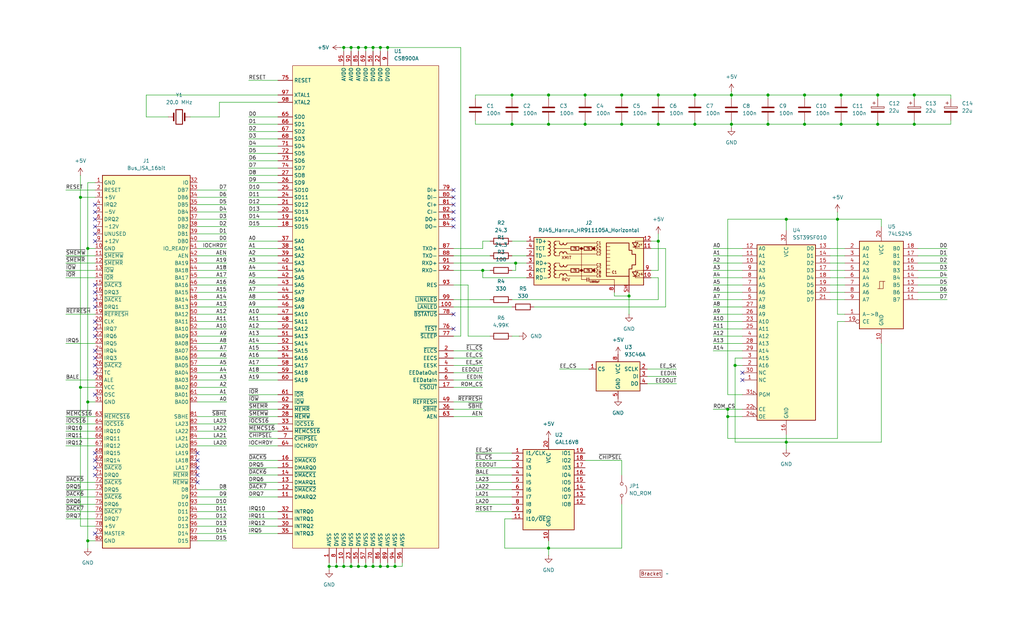
<source format=kicad_sch>
(kicad_sch (version 20231120) (generator "eeschema") (generator_version "8.0")
  (paper "USLegal")
  (title_block (title "Ethermaker") (date "2024-08-21") (rev "1") (company "Surreality Labs"))
  (junction (at 190.5 33.02))
  (junction (at 121.92 196.85))
  (junction (at 255.27 127))
  (junction (at 228.6 33.02))
  (junction (at 124.46 196.85))
  (junction (at 167.64 93.98))
  (junction (at 179.07 91.44))
  (junction (at 30.48 139.7))
  (junction (at 279.4 33.02))
  (junction (at 215.9 43.18))
  (junction (at 177.8 43.18))
  (junction (at 292.1 43.18))
  (junction (at 252.73 144.78))
  (junction (at 290.83 76.2))
  (junction (at 241.3 43.18))
  (junction (at 203.2 43.18))
  (junction (at 241.3 33.02))
  (junction (at 134.62 16.51))
  (junction (at 252.73 142.24))
  (junction (at 127 16.51))
  (junction (at 273.05 76.2))
  (junction (at 132.08 196.85))
  (junction (at 218.44 102.87))
  (junction (at 190.5 43.18))
  (junction (at 254 43.18))
  (junction (at 266.7 43.18))
  (junction (at 121.92 16.51))
  (junction (at 279.4 43.18))
  (junction (at 129.54 196.85))
  (junction (at 119.38 196.85))
  (junction (at 119.38 16.51))
  (junction (at 30.48 187.96))
  (junction (at 304.8 43.18))
  (junction (at 30.48 86.36))
  (junction (at 27.94 68.58))
  (junction (at 215.9 33.02))
  (junction (at 127 196.85))
  (junction (at 132.08 16.51))
  (junction (at 190.5 190.5))
  (junction (at 228.6 83.82))
  (junction (at 134.62 196.85))
  (junction (at 203.2 33.02))
  (junction (at 304.8 33.02))
  (junction (at 266.7 33.02))
  (junction (at 177.8 33.02))
  (junction (at 114.3 196.85))
  (junction (at 273.05 153.67))
  (junction (at 228.6 43.18))
  (junction (at 27.94 134.62))
  (junction (at 317.5 43.18))
  (junction (at 254 33.02))
  (junction (at 137.16 196.85))
  (junction (at 292.1 33.02))
  (junction (at 116.84 196.85))
  (junction (at 124.46 16.51))
  (junction (at 129.54 16.51))
  (junction (at 317.5 33.02))
  (no_connect (at 157.48 114.3))
  (no_connect (at 33.02 71.12))
  (no_connect (at 33.02 78.74))
  (no_connect (at 33.02 76.2))
  (no_connect (at 157.48 66.04))
  (no_connect (at 33.02 101.6))
  (no_connect (at 157.48 76.2))
  (no_connect (at 33.02 81.28))
  (no_connect (at 33.02 111.76))
  (no_connect (at 33.02 121.92))
  (no_connect (at 33.02 157.48))
  (no_connect (at 68.58 167.64))
  (no_connect (at 157.48 78.74))
  (no_connect (at 33.02 162.56))
  (no_connect (at 33.02 104.14))
  (no_connect (at 157.48 71.12))
  (no_connect (at 68.58 162.56))
  (no_connect (at 33.02 129.54))
  (no_connect (at 157.48 73.66))
  (no_connect (at 33.02 127))
  (no_connect (at 33.02 185.42))
  (no_connect (at 33.02 106.68))
  (no_connect (at 68.58 157.48))
  (no_connect (at 33.02 73.66))
  (no_connect (at 33.02 137.16))
  (no_connect (at 257.81 132.08))
  (no_connect (at 33.02 83.82))
  (no_connect (at 157.48 109.22))
  (no_connect (at 157.48 68.58))
  (no_connect (at 33.02 165.1))
  (no_connect (at 33.02 116.84))
  (no_connect (at 33.02 99.06))
  (no_connect (at 257.81 129.54))
  (no_connect (at 33.02 160.02))
  (no_connect (at 33.02 124.46))
  (no_connect (at 68.58 160.02))
  (no_connect (at 68.58 165.1))
  (no_connect (at 33.02 114.3))
  (wire (pts (xy 78.74 111.76) (xy 68.58 111.76)))
  (wire (pts (xy 86.36 185.42) (xy 96.52 185.42)))
  (wire (pts (xy 86.36 165.1) (xy 96.52 165.1)))
  (wire (pts (xy 218.44 102.87) (xy 218.44 109.22)))
  (wire (pts (xy 247.65 88.9) (xy 257.81 88.9)))
  (wire (pts (xy 254 33.02) (xy 266.7 33.02)))
  (wire (pts (xy 86.36 66.04) (xy 96.52 66.04)))
  (wire (pts (xy 241.3 33.02) (xy 241.3 34.29)))
  (wire (pts (xy 175.26 190.5) (xy 190.5 190.5)))
  (wire (pts (xy 190.5 33.02) (xy 203.2 33.02)))
  (wire (pts (xy 86.36 127) (xy 96.52 127)))
  (wire (pts (xy 66.04 40.64) (xy 76.2 40.64)))
  (wire (pts (xy 165.1 34.29) (xy 165.1 33.02)))
  (wire (pts (xy 328.93 91.44) (xy 318.77 91.44)))
  (wire (pts (xy 185.42 106.68) (xy 231.14 106.68)))
  (wire (pts (xy 124.46 16.51) (xy 121.92 16.51)))
  (wire (pts (xy 127 195.58) (xy 127 196.85)))
  (wire (pts (xy 78.74 149.86) (xy 68.58 149.86)))
  (wire (pts (xy 86.36 43.18) (xy 96.52 43.18)))
  (wire (pts (xy 304.8 41.91) (xy 304.8 43.18)))
  (wire (pts (xy 116.84 195.58) (xy 116.84 196.85)))
  (wire (pts (xy 247.65 142.24) (xy 252.73 142.24)))
  (wire (pts (xy 119.38 16.51) (xy 119.38 17.78)))
  (wire (pts (xy 68.58 88.9) (xy 78.74 88.9)))
  (wire (pts (xy 228.6 41.91) (xy 228.6 43.18)))
  (wire (pts (xy 96.52 33.02) (xy 50.8 33.02)))
  (wire (pts (xy 86.36 106.68) (xy 96.52 106.68)))
  (wire (pts (xy 177.8 116.84) (xy 180.34 116.84)))
  (wire (pts (xy 234.95 128.27) (xy 224.79 128.27)))
  (wire (pts (xy 86.36 144.78) (xy 96.52 144.78)))
  (wire (pts (xy 86.36 96.52) (xy 96.52 96.52)))
  (wire (pts (xy 203.2 33.02) (xy 215.9 33.02)))
  (wire (pts (xy 86.36 129.54) (xy 96.52 129.54)))
  (wire (pts (xy 165.1 33.02) (xy 177.8 33.02)))
  (wire (pts (xy 129.54 16.51) (xy 127 16.51)))
  (wire (pts (xy 177.8 93.98) (xy 179.07 93.98)))
  (wire (pts (xy 157.48 124.46) (xy 167.64 124.46)))
  (wire (pts (xy 328.93 104.14) (xy 318.77 104.14)))
  (wire (pts (xy 30.48 187.96) (xy 33.02 187.96)))
  (wire (pts (xy 288.29 88.9) (xy 293.37 88.9)))
  (wire (pts (xy 177.8 43.18) (xy 190.5 43.18)))
  (wire (pts (xy 30.48 187.96) (xy 30.48 190.5)))
  (wire (pts (xy 273.05 153.67) (xy 273.05 151.13)))
  (wire (pts (xy 86.36 27.94) (xy 96.52 27.94)))
  (wire (pts (xy 231.14 106.68) (xy 231.14 86.36)))
  (wire (pts (xy 266.7 43.18) (xy 279.4 43.18)))
  (wire (pts (xy 86.36 180.34) (xy 96.52 180.34)))
  (wire (pts (xy 241.3 41.91) (xy 241.3 43.18)))
  (wire (pts (xy 78.74 154.94) (xy 68.58 154.94)))
  (wire (pts (xy 165.1 165.1) (xy 177.8 165.1)))
  (wire (pts (xy 162.56 116.84) (xy 170.18 116.84)))
  (wire (pts (xy 177.8 180.34) (xy 175.26 180.34)))
  (wire (pts (xy 254 43.18) (xy 266.7 43.18)))
  (wire (pts (xy 124.46 195.58) (xy 124.46 196.85)))
  (wire (pts (xy 165.1 157.48) (xy 177.8 157.48)))
  (wire (pts (xy 328.93 93.98) (xy 318.77 93.98)))
  (wire (pts (xy 22.86 154.94) (xy 33.02 154.94)))
  (wire (pts (xy 22.86 66.04) (xy 33.02 66.04)))
  (wire (pts (xy 306.07 76.2) (xy 306.07 78.74)))
  (wire (pts (xy 78.74 175.26) (xy 68.58 175.26)))
  (wire (pts (xy 165.1 160.02) (xy 177.8 160.02)))
  (wire (pts (xy 247.65 109.22) (xy 257.81 109.22)))
  (wire (pts (xy 317.5 43.18) (xy 330.2 43.18)))
  (wire (pts (xy 86.36 124.46) (xy 96.52 124.46)))
  (wire (pts (xy 86.36 86.36) (xy 96.52 86.36)))
  (wire (pts (xy 86.36 40.64) (xy 96.52 40.64)))
  (wire (pts (xy 273.05 153.67) (xy 273.05 156.21)))
  (wire (pts (xy 86.36 101.6) (xy 96.52 101.6)))
  (wire (pts (xy 86.36 177.8) (xy 96.52 177.8)))
  (wire (pts (xy 157.48 116.84) (xy 160.02 116.84)))
  (wire (pts (xy 247.65 111.76) (xy 257.81 111.76)))
  (wire (pts (xy 330.2 33.02) (xy 317.5 33.02)))
  (wire (pts (xy 279.4 43.18) (xy 279.4 41.91)))
  (wire (pts (xy 179.07 91.44) (xy 182.88 91.44)))
  (wire (pts (xy 86.36 55.88) (xy 96.52 55.88)))
  (wire (pts (xy 165.1 170.18) (xy 177.8 170.18)))
  (wire (pts (xy 78.74 180.34) (xy 68.58 180.34)))
  (wire (pts (xy 177.8 104.14) (xy 228.6 104.14)))
  (wire (pts (xy 78.74 91.44) (xy 68.58 91.44)))
  (wire (pts (xy 121.92 16.51) (xy 121.92 17.78)))
  (wire (pts (xy 22.86 170.18) (xy 33.02 170.18)))
  (wire (pts (xy 255.27 124.46) (xy 255.27 127)))
  (wire (pts (xy 304.8 43.18) (xy 317.5 43.18)))
  (wire (pts (xy 190.5 41.91) (xy 190.5 43.18)))
  (wire (pts (xy 190.5 190.5) (xy 190.5 193.04)))
  (wire (pts (xy 317.5 33.02) (xy 317.5 34.29)))
  (wire (pts (xy 179.07 93.98) (xy 179.07 91.44)))
  (wire (pts (xy 78.74 152.4) (xy 68.58 152.4)))
  (wire (pts (xy 167.64 83.82) (xy 167.64 86.36)))
  (wire (pts (xy 170.18 83.82) (xy 167.64 83.82)))
  (wire (pts (xy 177.8 88.9) (xy 182.88 88.9)))
  (wire (pts (xy 86.36 162.56) (xy 96.52 162.56)))
  (wire (pts (xy 22.86 119.38) (xy 33.02 119.38)))
  (wire (pts (xy 228.6 83.82) (xy 226.06 83.82)))
  (wire (pts (xy 27.94 60.96) (xy 27.94 68.58)))
  (wire (pts (xy 78.74 172.72) (xy 68.58 172.72)))
  (wire (pts (xy 218.44 102.87) (xy 213.36 102.87)))
  (wire (pts (xy 190.5 190.5) (xy 215.9 190.5)))
  (wire (pts (xy 86.36 58.42) (xy 96.52 58.42)))
  (wire (pts (xy 252.73 144.78) (xy 252.73 142.24)))
  (wire (pts (xy 76.2 35.56) (xy 96.52 35.56)))
  (wire (pts (xy 177.8 33.02) (xy 177.8 34.29)))
  (wire (pts (xy 114.3 196.85) (xy 114.3 198.12)))
  (wire (pts (xy 288.29 104.14) (xy 293.37 104.14)))
  (wire (pts (xy 252.73 76.2) (xy 273.05 76.2)))
  (wire (pts (xy 157.48 91.44) (xy 179.07 91.44)))
  (wire (pts (xy 228.6 96.52) (xy 226.06 96.52)))
  (wire (pts (xy 78.74 99.06) (xy 68.58 99.06)))
  (wire (pts (xy 134.62 196.85) (xy 137.16 196.85)))
  (wire (pts (xy 288.29 93.98) (xy 293.37 93.98)))
  (wire (pts (xy 247.65 96.52) (xy 257.81 96.52)))
  (wire (pts (xy 116.84 196.85) (xy 119.38 196.85)))
  (wire (pts (xy 30.48 139.7) (xy 33.02 139.7)))
  (wire (pts (xy 86.36 63.5) (xy 96.52 63.5)))
  (wire (pts (xy 330.2 43.18) (xy 330.2 41.91)))
  (wire (pts (xy 290.83 109.22) (xy 290.83 76.2)))
  (wire (pts (xy 167.64 127) (xy 157.48 127)))
  (wire (pts (xy 33.02 182.88) (xy 27.94 182.88)))
  (wire (pts (xy 27.94 134.62) (xy 27.94 68.58)))
  (wire (pts (xy 86.36 111.76) (xy 96.52 111.76)))
  (wire (pts (xy 215.9 33.02) (xy 228.6 33.02)))
  (wire (pts (xy 86.36 119.38) (xy 96.52 119.38)))
  (wire (pts (xy 132.08 195.58) (xy 132.08 196.85)))
  (wire (pts (xy 203.2 43.18) (xy 215.9 43.18)))
  (wire (pts (xy 160.02 16.51) (xy 134.62 16.51)))
  (wire (pts (xy 290.83 76.2) (xy 273.05 76.2)))
  (wire (pts (xy 247.65 116.84) (xy 257.81 116.84)))
  (wire (pts (xy 132.08 196.85) (xy 134.62 196.85)))
  (wire (pts (xy 247.65 104.14) (xy 257.81 104.14)))
  (wire (pts (xy 78.74 76.2) (xy 68.58 76.2)))
  (wire (pts (xy 30.48 63.5) (xy 30.48 86.36)))
  (wire (pts (xy 317.5 41.91) (xy 317.5 43.18)))
  (wire (pts (xy 27.94 182.88) (xy 27.94 134.62)))
  (wire (pts (xy 78.74 106.68) (xy 68.58 106.68)))
  (wire (pts (xy 257.81 137.16) (xy 252.73 137.16)))
  (wire (pts (xy 224.79 130.81) (xy 234.95 130.81)))
  (wire (pts (xy 119.38 196.85) (xy 121.92 196.85)))
  (wire (pts (xy 203.2 160.02) (xy 215.9 160.02)))
  (wire (pts (xy 22.86 177.8) (xy 33.02 177.8)))
  (wire (pts (xy 215.9 190.5) (xy 215.9 175.26)))
  (wire (pts (xy 33.02 63.5) (xy 30.48 63.5)))
  (wire (pts (xy 157.48 139.7) (xy 167.64 139.7)))
  (wire (pts (xy 68.58 147.32) (xy 78.74 147.32)))
  (wire (pts (xy 127 196.85) (xy 129.54 196.85)))
  (wire (pts (xy 78.74 182.88) (xy 68.58 182.88)))
  (wire (pts (xy 266.7 33.02) (xy 266.7 34.29)))
  (wire (pts (xy 22.86 147.32) (xy 33.02 147.32)))
  (wire (pts (xy 27.94 68.58) (xy 33.02 68.58)))
  (wire (pts (xy 247.65 91.44) (xy 257.81 91.44)))
  (wire (pts (xy 30.48 86.36) (xy 30.48 139.7)))
  (wire (pts (xy 266.7 41.91) (xy 266.7 43.18)))
  (wire (pts (xy 292.1 33.02) (xy 279.4 33.02)))
  (wire (pts (xy 78.74 114.3) (xy 68.58 114.3)))
  (wire (pts (xy 292.1 43.18) (xy 304.8 43.18)))
  (wire (pts (xy 22.86 91.44) (xy 33.02 91.44)))
  (wire (pts (xy 157.48 142.24) (xy 167.64 142.24)))
  (wire (pts (xy 114.3 195.58) (xy 114.3 196.85)))
  (wire (pts (xy 139.7 196.85) (xy 139.7 195.58)))
  (wire (pts (xy 165.1 41.91) (xy 165.1 43.18)))
  (wire (pts (xy 27.94 134.62) (xy 33.02 134.62)))
  (wire (pts (xy 78.74 66.04) (xy 68.58 66.04)))
  (wire (pts (xy 124.46 16.51) (xy 124.46 17.78)))
  (wire (pts (xy 137.16 196.85) (xy 139.7 196.85)))
  (wire (pts (xy 86.36 60.96) (xy 96.52 60.96)))
  (wire (pts (xy 129.54 196.85) (xy 132.08 196.85)))
  (wire (pts (xy 160.02 116.84) (xy 160.02 16.51)))
  (wire (pts (xy 279.4 33.02) (xy 279.4 34.29)))
  (wire (pts (xy 121.92 196.85) (xy 124.46 196.85)))
  (wire (pts (xy 134.62 16.51) (xy 134.62 17.78)))
  (wire (pts (xy 86.36 142.24) (xy 96.52 142.24)))
  (wire (pts (xy 290.83 111.76) (xy 293.37 111.76)))
  (wire (pts (xy 167.64 86.36) (xy 157.48 86.36)))
  (wire (pts (xy 167.64 93.98) (xy 170.18 93.98)))
  (wire (pts (xy 177.8 41.91) (xy 177.8 43.18)))
  (wire (pts (xy 86.36 99.06) (xy 96.52 99.06)))
  (wire (pts (xy 78.74 101.6) (xy 68.58 101.6)))
  (wire (pts (xy 157.48 144.78) (xy 167.64 144.78)))
  (wire (pts (xy 231.14 86.36) (xy 226.06 86.36)))
  (wire (pts (xy 247.65 121.92) (xy 257.81 121.92)))
  (wire (pts (xy 252.73 144.78) (xy 252.73 152.4)))
  (wire (pts (xy 165.1 43.18) (xy 177.8 43.18)))
  (wire (pts (xy 328.93 101.6) (xy 318.77 101.6)))
  (wire (pts (xy 177.8 33.02) (xy 190.5 33.02)))
  (wire (pts (xy 86.36 114.3) (xy 96.52 114.3)))
  (wire (pts (xy 86.36 116.84) (xy 96.52 116.84)))
  (wire (pts (xy 78.74 137.16) (xy 68.58 137.16)))
  (wire (pts (xy 255.27 127) (xy 257.81 127)))
  (wire (pts (xy 86.36 137.16) (xy 96.52 137.16)))
  (wire (pts (xy 86.36 104.14) (xy 96.52 104.14)))
  (wire (pts (xy 330.2 34.29) (xy 330.2 33.02)))
  (wire (pts (xy 167.64 121.92) (xy 157.48 121.92)))
  (wire (pts (xy 86.36 76.2) (xy 96.52 76.2)))
  (wire (pts (xy 254 41.91) (xy 254 43.18)))
  (wire (pts (xy 162.56 99.06) (xy 162.56 116.84)))
  (wire (pts (xy 328.93 86.36) (xy 318.77 86.36)))
  (wire (pts (xy 165.1 177.8) (xy 177.8 177.8)))
  (wire (pts (xy 306.07 153.67) (xy 306.07 119.38)))
  (wire (pts (xy 22.86 144.78) (xy 33.02 144.78)))
  (wire (pts (xy 290.83 152.4) (xy 290.83 111.76)))
  (wire (pts (xy 119.38 195.58) (xy 119.38 196.85)))
  (wire (pts (xy 215.9 33.02) (xy 215.9 34.29)))
  (wire (pts (xy 288.29 86.36) (xy 293.37 86.36)))
  (wire (pts (xy 78.74 81.28) (xy 68.58 81.28)))
  (wire (pts (xy 86.36 50.8) (xy 96.52 50.8)))
  (wire (pts (xy 22.86 132.08) (xy 33.02 132.08)))
  (wire (pts (xy 121.92 195.58) (xy 121.92 196.85)))
  (wire (pts (xy 86.36 121.92) (xy 96.52 121.92)))
  (wire (pts (xy 22.86 152.4) (xy 33.02 152.4)))
  (wire (pts (xy 86.36 93.98) (xy 96.52 93.98)))
  (wire (pts (xy 121.92 16.51) (xy 119.38 16.51)))
  (wire (pts (xy 328.93 99.06) (xy 318.77 99.06)))
  (wire (pts (xy 288.29 101.6) (xy 293.37 101.6)))
  (wire (pts (xy 134.62 16.51) (xy 132.08 16.51)))
  (wire (pts (xy 137.16 195.58) (xy 137.16 196.85)))
  (wire (pts (xy 157.48 132.08) (xy 167.64 132.08)))
  (wire (pts (xy 86.36 68.58) (xy 96.52 68.58)))
  (wire (pts (xy 33.02 109.22) (xy 22.86 109.22)))
  (wire (pts (xy 247.65 93.98) (xy 257.81 93.98)))
  (wire (pts (xy 241.3 43.18) (xy 254 43.18)))
  (wire (pts (xy 215.9 160.02) (xy 215.9 165.1)))
  (wire (pts (xy 78.74 170.18) (xy 68.58 170.18)))
  (wire (pts (xy 86.36 91.44) (xy 96.52 91.44)))
  (wire (pts (xy 328.93 96.52) (xy 318.77 96.52)))
  (wire (pts (xy 132.08 16.51) (xy 129.54 16.51)))
  (wire (pts (xy 273.05 76.2) (xy 273.05 80.01)))
  (wire (pts (xy 255.27 153.67) (xy 273.05 153.67)))
  (wire (pts (xy 228.6 104.14) (xy 228.6 96.52)))
  (wire (pts (xy 304.8 33.02) (xy 304.8 34.29)))
  (wire (pts (xy 86.36 53.34) (xy 96.52 53.34)))
  (wire (pts (xy 86.36 147.32) (xy 96.52 147.32)))
  (wire (pts (xy 203.2 33.02) (xy 203.2 34.29)))
  (wire (pts (xy 241.3 33.02) (xy 254 33.02)))
  (wire (pts (xy 165.1 175.26) (xy 177.8 175.26)))
  (wire (pts (xy 78.74 116.84) (xy 68.58 116.84)))
  (wire (pts (xy 86.36 167.64) (xy 96.52 167.64)))
  (wire (pts (xy 78.74 96.52) (xy 68.58 96.52)))
  (wire (pts (xy 86.36 71.12) (xy 96.52 71.12)))
  (wire (pts (xy 78.74 121.92) (xy 68.58 121.92)))
  (wire (pts (xy 86.36 152.4) (xy 96.52 152.4)))
  (wire (pts (xy 86.36 170.18) (xy 96.52 170.18)))
  (wire (pts (xy 247.65 99.06) (xy 257.81 99.06)))
  (wire (pts (xy 50.8 33.02) (xy 50.8 40.64)))
  (wire (pts (xy 252.73 137.16) (xy 252.73 76.2)))
  (wire (pts (xy 165.1 172.72) (xy 177.8 172.72)))
  (wire (pts (xy 78.74 132.08) (xy 68.58 132.08)))
  (wire (pts (xy 86.36 78.74) (xy 96.52 78.74)))
  (wire (pts (xy 247.65 86.36) (xy 257.81 86.36)))
  (wire (pts (xy 30.48 139.7) (xy 30.48 187.96)))
  (wire (pts (xy 157.48 88.9) (xy 170.18 88.9)))
  (wire (pts (xy 114.3 196.85) (xy 116.84 196.85)))
  (wire (pts (xy 78.74 134.62) (xy 68.58 134.62)))
  (wire (pts (xy 86.36 132.08) (xy 96.52 132.08)))
  (wire (pts (xy 254 43.18) (xy 254 44.45)))
  (wire (pts (xy 252.73 142.24) (xy 257.81 142.24)))
  (wire (pts (xy 190.5 190.5) (xy 190.5 187.96)))
  (wire (pts (xy 182.88 96.52) (xy 167.64 96.52)))
  (wire (pts (xy 127 16.51) (xy 127 17.78)))
  (wire (pts (xy 86.36 149.86) (xy 96.52 149.86)))
  (wire (pts (xy 175.26 180.34) (xy 175.26 190.5)))
  (wire (pts (xy 129.54 16.51) (xy 129.54 17.78)))
  (wire (pts (xy 328.93 88.9) (xy 318.77 88.9)))
  (wire (pts (xy 50.8 40.64) (xy 58.42 40.64)))
  (wire (pts (xy 254 33.02) (xy 254 34.29)))
  (wire (pts (xy 273.05 153.67) (xy 306.07 153.67)))
  (wire (pts (xy 157.48 134.62) (xy 167.64 134.62)))
  (wire (pts (xy 22.86 175.26) (xy 33.02 175.26)))
  (wire (pts (xy 78.74 185.42) (xy 68.58 185.42)))
  (wire (pts (xy 30.48 86.36) (xy 33.02 86.36)))
  (wire (pts (xy 86.36 88.9) (xy 96.52 88.9)))
  (wire (pts (xy 228.6 93.98) (xy 228.6 83.82)))
  (wire (pts (xy 317.5 33.02) (xy 304.8 33.02)))
  (wire (pts (xy 290.83 76.2) (xy 306.07 76.2)))
  (wire (pts (xy 78.74 139.7) (xy 68.58 139.7)))
  (wire (pts (xy 228.6 81.28) (xy 228.6 83.82)))
  (wire (pts (xy 228.6 34.29) (xy 228.6 33.02)))
  (wire (pts (xy 279.4 43.18) (xy 292.1 43.18)))
  (wire (pts (xy 22.86 88.9) (xy 33.02 88.9)))
  (wire (pts (xy 22.86 172.72) (xy 33.02 172.72)))
  (wire (pts (xy 22.86 93.98) (xy 33.02 93.98)))
  (wire (pts (xy 252.73 152.4) (xy 290.83 152.4)))
  (wire (pts (xy 213.36 102.87) (xy 213.36 101.6)))
  (wire (pts (xy 86.36 45.72) (xy 96.52 45.72)))
  (wire (pts (xy 218.44 101.6) (xy 218.44 102.87)))
  (wire (pts (xy 86.36 182.88) (xy 96.52 182.88)))
  (wire (pts (xy 124.46 196.85) (xy 127 196.85)))
  (wire (pts (xy 266.7 33.02) (xy 279.4 33.02)))
  (wire (pts (xy 288.29 99.06) (xy 293.37 99.06)))
  (wire (pts (xy 292.1 33.02) (xy 292.1 34.29)))
  (wire (pts (xy 78.74 83.82) (xy 68.58 83.82)))
  (wire (pts (xy 257.81 144.78) (xy 252.73 144.78)))
  (wire (pts (xy 228.6 33.02) (xy 241.3 33.02)))
  (wire (pts (xy 78.74 73.66) (xy 68.58 73.66)))
  (wire (pts (xy 290.83 73.66) (xy 290.83 76.2)))
  (wire (pts (xy 190.5 33.02) (xy 190.5 34.29)))
  (wire (pts (xy 86.36 83.82) (xy 96.52 83.82)))
  (wire (pts (xy 190.5 43.18) (xy 203.2 43.18)))
  (wire (pts (xy 78.74 109.22) (xy 68.58 109.22)))
  (wire (pts (xy 234.95 133.35) (xy 224.79 133.35)))
  (wire (pts (xy 203.2 41.91) (xy 203.2 43.18)))
  (wire (pts (xy 304.8 33.02) (xy 292.1 33.02)))
  (wire (pts (xy 247.65 101.6) (xy 257.81 101.6)))
  (wire (pts (xy 78.74 187.96) (xy 68.58 187.96)))
  (wire (pts (xy 288.29 91.44) (xy 293.37 91.44)))
  (wire (pts (xy 76.2 40.64) (xy 76.2 35.56)))
  (wire (pts (xy 293.37 109.22) (xy 290.83 109.22)))
  (wire (pts (xy 86.36 139.7) (xy 96.52 139.7)))
  (wire (pts (xy 226.06 93.98) (xy 228.6 93.98)))
  (wire (pts (xy 288.29 96.52) (xy 293.37 96.52)))
  (wire (pts (xy 78.74 68.58) (xy 68.58 68.58)))
  (wire (pts (xy 22.86 167.64) (xy 33.02 167.64)))
  (wire (pts (xy 177.8 83.82) (xy 182.88 83.82)))
  (wire (pts (xy 254 31.75) (xy 254 33.02)))
  (wire (pts (xy 22.86 180.34) (xy 33.02 180.34)))
  (wire (pts (xy 247.65 114.3) (xy 257.81 114.3)))
  (wire (pts (xy 204.47 128.27) (xy 194.31 128.27)))
  (wire (pts (xy 22.86 149.86) (xy 33.02 149.86)))
  (wire (pts (xy 78.74 177.8) (xy 68.58 177.8)))
  (wire (pts (xy 247.65 119.38) (xy 257.81 119.38)))
  (wire (pts (xy 167.64 129.54) (xy 157.48 129.54)))
  (wire (pts (xy 78.74 127) (xy 68.58 127)))
  (wire (pts (xy 167.64 93.98) (xy 157.48 93.98)))
  (wire (pts (xy 292.1 41.91) (xy 292.1 43.18)))
  (wire (pts (xy 134.62 195.58) (xy 134.62 196.85)))
  (wire (pts (xy 86.36 154.94) (xy 96.52 154.94)))
  (wire (pts (xy 215.9 43.18) (xy 228.6 43.18)))
  (wire (pts (xy 68.58 144.78) (xy 78.74 144.78)))
  (wire (pts (xy 86.36 109.22) (xy 96.52 109.22)))
  (wire (pts (xy 228.6 43.18) (xy 241.3 43.18)))
  (wire (pts (xy 78.74 104.14) (xy 68.58 104.14)))
  (wire (pts (xy 132.08 16.51) (xy 132.08 17.78)))
  (wire (pts (xy 157.48 104.14) (xy 170.18 104.14)))
  (wire (pts (xy 257.81 124.46) (xy 255.27 124.46)))
  (wire (pts (xy 157.48 106.68) (xy 177.8 106.68)))
  (wire (pts (xy 215.9 43.18) (xy 215.9 41.91)))
  (wire (pts (xy 255.27 127) (xy 255.27 153.67)))
  (wire (pts (xy 78.74 93.98) (xy 68.58 93.98)))
  (wire (pts (xy 68.58 86.36) (xy 78.74 86.36)))
  (wire (pts (xy 86.36 160.02) (xy 96.52 160.02)))
  (wire (pts (xy 118.11 16.51) (xy 119.38 16.51)))
  (wire (pts (xy 165.1 167.64) (xy 177.8 167.64)))
  (wire (pts (xy 78.74 119.38) (xy 68.58 119.38)))
  (wire (pts (xy 129.54 195.58) (xy 129.54 196.85)))
  (wire (pts (xy 78.74 129.54) (xy 68.58 129.54)))
  (wire (pts (xy 86.36 73.66) (xy 96.52 73.66)))
  (wire (pts (xy 86.36 172.72) (xy 96.52 172.72)))
  (wire (pts (xy 86.36 48.26) (xy 96.52 48.26)))
  (wire (pts (xy 167.64 96.52) (xy 167.64 93.98)))
  (wire (pts (xy 127 16.51) (xy 124.46 16.51)))
  (wire (pts (xy 165.1 162.56) (xy 177.8 162.56)))
  (wire (pts (xy 22.86 96.52) (xy 33.02 96.52)))
  (wire (pts (xy 78.74 78.74) (xy 68.58 78.74)))
  (wire (pts (xy 78.74 71.12) (xy 68.58 71.12)))
  (wire (pts (xy 78.74 124.46) (xy 68.58 124.46)))
  (wire (pts (xy 157.48 99.06) (xy 162.56 99.06)))
  (wire (pts (xy 247.65 106.68) (xy 257.81 106.68)))
  (label "A10" (at 86.36 109.22 0))
  (label "~{DACK7}" (at 86.36 170.18 0))
  (label "IRQ5" (at 22.86 119.38 0))
  (label "A11" (at 78.74 111.76 180))
  (label "IOCHRDY" (at 78.74 86.36 180))
  (label "D5" (at 86.36 53.34 0))
  (label "A19" (at 86.36 132.08 0))
  (label "~{IOR}" (at 22.86 96.52 0))
  (label "A4" (at 86.36 93.98 0))
  (label "D13" (at 78.74 182.88 180))
  (label "D2" (at 328.93 91.44 180))
  (label "A1" (at 86.36 86.36 0))
  (label "A5" (at 86.36 96.52 0))
  (label "D6" (at 78.74 68.58 180))
  (label "D10" (at 86.36 66.04 0))
  (label "D0" (at 328.93 86.36 180))
  (label "LA22" (at 78.74 149.86 180))
  (label "A14" (at 86.36 119.38 0))
  (label "D7" (at 328.93 104.14 180))
  (label "EEDOUT" (at 167.64 129.54 180))
  (label "A11" (at 247.65 114.3 0))
  (label "~{MEMCS16}" (at 86.36 149.86 0))
  (label "A19" (at 78.74 91.44 180))
  (label "AEN" (at 78.74 88.9 180))
  (label "A1" (at 247.65 88.9 0))
  (label "A14" (at 247.65 121.92 0))
  (label "D8" (at 86.36 60.96 0))
  (label "BALE" (at 22.86 132.08 0))
  (label "~{CHIPSEL}" (at 86.36 152.4 0))
  (label "~{IOCS16}" (at 22.86 147.32 0))
  (label "~{DACK5}" (at 22.86 167.64 0))
  (label "RESET" (at 22.86 66.04 0))
  (label "~{CHIPSEL}" (at 215.9 160.02 180))
  (label "D6" (at 86.36 55.88 0))
  (label "A16" (at 78.74 99.06 180))
  (label "A0" (at 247.65 86.36 0))
  (label "D0" (at 78.74 83.82 180))
  (label "~{IOCS16}" (at 86.36 147.32 0))
  (label "EEDIN" (at 234.95 130.81 180))
  (label "A9" (at 78.74 116.84 180))
  (label "~{REFRESH}" (at 167.64 139.7 180))
  (label "D9" (at 78.74 172.72 180))
  (label "DRQ6" (at 22.86 175.26 0))
  (label "D4" (at 78.74 73.66 180))
  (label "A4" (at 78.74 129.54 180))
  (label "D7" (at 86.36 58.42 0))
  (label "A5" (at 247.65 99.06 0))
  (label "A18" (at 86.36 129.54 0))
  (label "A8" (at 247.65 106.68 0))
  (label "A10" (at 78.74 114.3 180))
  (label "D4" (at 328.93 96.52 180))
  (label "D15" (at 86.36 78.74 0))
  (label "D5" (at 78.74 71.12 180))
  (label "EE_SK" (at 165.1 157.48 0))
  (label "~{EL_CS}" (at 167.64 121.92 180))
  (label "RESET" (at 86.36 27.94 0))
  (label "D1" (at 78.74 81.28 180))
  (label "DRQ6" (at 86.36 167.64 0))
  (label "IOCHRDY" (at 86.36 154.94 0))
  (label "A13" (at 78.74 106.68 180))
  (label "D2" (at 78.74 78.74 180))
  (label "D14" (at 86.36 76.2 0))
  (label "A0" (at 86.36 83.82 0))
  (label "~{DACK5}" (at 86.36 160.02 0))
  (label "~{SMEMR}" (at 22.86 91.44 0))
  (label "D7" (at 78.74 66.04 180))
  (label "A18" (at 78.74 93.98 180))
  (label "BALE" (at 165.1 165.1 0))
  (label "A8" (at 86.36 104.14 0))
  (label "EEDOUT" (at 234.95 133.35 180))
  (label "EEDOUT" (at 165.1 162.56 0))
  (label "EE_CS" (at 194.31 128.27 0))
  (label "A6" (at 247.65 101.6 0))
  (label "LA21" (at 165.1 172.72 0))
  (label "~{IOW}" (at 22.86 93.98 0))
  (label "A6" (at 78.74 124.46 180))
  (label "D11" (at 86.36 68.58 0))
  (label "~{SBHE}" (at 167.64 142.24 180))
  (label "EEDIN" (at 167.64 132.08 180))
  (label "D1" (at 86.36 43.18 0))
  (label "D12" (at 78.74 180.34 180))
  (label "A15" (at 78.74 101.6 180))
  (label "IRQ5" (at 86.36 185.42 0))
  (label "A10" (at 247.65 111.76 0))
  (label "D1" (at 328.93 88.9 180))
  (label "A17" (at 86.36 127 0))
  (label "D2" (at 86.36 45.72 0))
  (label "A1" (at 78.74 137.16 180))
  (label "A13" (at 247.65 119.38 0))
  (label "DRQ7" (at 22.86 180.34 0))
  (label "D10" (at 78.74 175.26 180))
  (label "A3" (at 86.36 91.44 0))
  (label "A16" (at 86.36 124.46 0))
  (label "~{SMEMR}" (at 86.36 142.24 0))
  (label "D3" (at 328.93 93.98 180))
  (label "D0" (at 86.36 40.64 0))
  (label "A8" (at 78.74 119.38 180))
  (label "A2" (at 78.74 134.62 180))
  (label "A15" (at 86.36 121.92 0))
  (label "D15" (at 78.74 187.96 180))
  (label "A3" (at 78.74 132.08 180))
  (label "DRQ5" (at 86.36 162.56 0))
  (label "A11" (at 86.36 111.76 0))
  (label "LA23" (at 78.74 147.32 180))
  (label "A6" (at 86.36 99.06 0))
  (label "~{IOR}" (at 86.36 137.16 0))
  (label "~{IOW}" (at 86.36 139.7 0))
  (label "IRQ12" (at 22.86 154.94 0))
  (label "A7" (at 78.74 121.92 180))
  (label "A0" (at 78.74 139.7 180))
  (label "D3" (at 78.74 76.2 180))
  (label "D14" (at 78.74 185.42 180))
  (label "D8" (at 78.74 170.18 180))
  (label "ROM_CS" (at 167.64 134.62 180))
  (label "~{DACK7}" (at 22.86 177.8 0))
  (label "A13" (at 86.36 116.84 0))
  (label "A12" (at 78.74 109.22 180))
  (label "~{DACK6}" (at 86.36 165.1 0))
  (label "~{EL_CS}" (at 165.1 160.02 0))
  (label "DRQ5" (at 22.86 170.18 0))
  (label "D5" (at 328.93 99.06 180))
  (label "D6" (at 328.93 101.6 180))
  (label "A7" (at 247.65 104.14 0))
  (label "LA20" (at 78.74 154.94 180))
  (label "LA20" (at 165.1 175.26 0))
  (label "IRQ10" (at 86.36 177.8 0))
  (label "A7" (at 86.36 101.6 0))
  (label "EE_SK" (at 167.64 127 180))
  (label "A5" (at 78.74 127 180))
  (label "A12" (at 247.65 116.84 0))
  (label "D12" (at 86.36 71.12 0))
  (label "EE_SK" (at 234.95 128.27 180))
  (label "~{SMEMW}" (at 86.36 144.78 0))
  (label "DRQ7" (at 86.36 172.72 0))
  (label "~{SMEMW}" (at 22.86 88.9 0))
  (label "A3" (at 247.65 93.98 0))
  (label "A2" (at 247.65 91.44 0))
  (label "IRQ10" (at 22.86 149.86 0))
  (label "D4" (at 86.36 50.8 0))
  (label "A17" (at 78.74 96.52 180))
  (label "A2" (at 86.36 88.9 0))
  (label "A9" (at 86.36 106.68 0))
  (label "D11" (at 78.74 177.8 180))
  (label "IRQ11" (at 22.86 152.4 0))
  (label "A9" (at 247.65 109.22 0))
  (label "~{REFRESH}" (at 22.86 109.22 0))
  (label "A12" (at 86.36 114.3 0))
  (label "~{MEMCS16}" (at 22.86 144.78 0))
  (label "~{SBHE}" (at 78.74 144.78 180))
  (label "D13" (at 86.36 73.66 0))
  (label "ROM_CS" (at 247.65 142.24 0))
  (label "EE_CS" (at 167.64 124.46 180))
  (label "~{DACK6}" (at 22.86 172.72 0))
  (label "A4" (at 247.65 96.52 0))
  (label "AEN" (at 167.64 144.78 180))
  (label "IRQ11" (at 86.36 180.34 0))
  (label "LA22" (at 165.1 170.18 0))
  (label "D3" (at 86.36 48.26 0))
  (label "IRQ12" (at 86.36 182.88 0))
  (label "LA23" (at 165.1 167.64 0))
  (label "A14" (at 78.74 104.14 180))
  (label "RESET" (at 165.1 177.8 0))
  (label "D9" (at 86.36 63.5 0))
  (label "LA21" (at 78.74 152.4 180))
  (symbol (lib_id "power:GND") (at 214.63 138.43 0) (unit 1)
    (property "Reference" "#PWR01" (effects (hide yes)))
    (property "Value" "GND" (at 214.63 143.51 0))
    (property "Description" "Power symbol creates a global label with name \"GND\" , ground" (effects (hide yes)))
  )
  (symbol (lib_id "Device:R") (at 173.99 93.98 90) (mirror x) (unit 1)
    (property "Reference" "R3" (at 173.99 87.63 90))
    (property "Value" "100" (at 173.99 90.17 90))
    (property "Footprint" "Resistor_SMD:R_0603_1608Metric_Pad0.98x0.95mm_HandSolder" (effects (hide yes)))
    (property "Description" "Resistor" (effects (hide yes)))
  )
  (symbol (lib_id "power:GND") (at 30.48 190.5 0) (unit 1)
    (property "Reference" "#PWR07" (effects (hide yes)))
    (property "Value" "GND" (at 30.48 195.58 0))
    (property "Description" "Power symbol creates a global label with name \"GND\" , ground" (effects (hide yes)))
  )
  (symbol (lib_id "pc-parts:9202") (at 226.06 199.39 0) (unit 1)
    (property "Reference" "BRACKET1" (effects (hide yes)))
    (property "Value" "~" (at 231.14 199.39 0) (effects (justify left)))
    (property "Footprint" "pc-parts:PC_BRACKET_ISA_KEYSTONE_9202_Rev1" (effects (hide yes)))
  )
  (symbol (lib_id "Device:C") (at 266.7 38.1 0) (unit 1)
    (property "Reference" "C9" (at 270.51 36.8299 0) (effects (justify left)))
    (property "Value" "100n" (at 270.51 39.3699 0) (effects (justify left)))
    (property "Footprint" "Capacitor_SMD:C_0603_1608Metric_Pad1.08x0.95mm_HandSolder" (effects (hide yes)))
    (property "Description" "Unpolarized capacitor" (effects (hide yes)))
  )
  (symbol (lib_id "power:GND") (at 114.3 198.12 0) (unit 1)
    (property "Reference" "#PWR03" (effects (hide yes)))
    (property "Value" "GND" (at 114.3 203.2 0))
    (property "Description" "Power symbol creates a global label with name \"GND\" , ground" (effects (hide yes)))
  )
  (symbol (lib_id "power:+5V") (at 27.94 60.96 0) (unit 1)
    (property "Reference" "#PWR08" (effects (hide yes)))
    (property "Value" "+5V" (at 27.94 55.88 0))
    (property "Description" "Power symbol creates a global label with name \"+5V\"" (effects (hide yes)))
  )
  (symbol (lib_id "Memory_Flash:SST39SF010") (at 273.05 116.84 0) (unit 1)
    (property "Reference" "U4" (at 275.2441 80.01 0) (effects (justify left)))
    (property "Value" "SST39SF010" (at 275.2441 82.55 0) (effects (justify left)))
    (property "Footprint" "Package_DIP:DIP-32_W15.24mm" (effects (hide yes)))
    (property "Datasheet" "http://ww1.microchip.com/downloads/en/DeviceDoc/25022B.pdf" (effects (hide yes)))
    (property "Description" "Silicon Storage Technology (SSF) 128k x 8 Flash ROM" (effects (hide yes)))
  )
  (symbol (lib_id "Memory_EEPROM:93CxxA") (at 214.63 130.81 0) (unit 1)
    (property "Reference" "U3" (at 216.8241 120.65 0) (effects (justify left)))
    (property "Value" "93C46A" (at 216.8241 123.19 0) (effects (justify left)))
    (property "Footprint" "Package_DIP:DIP-8_W7.62mm" (effects (hide yes)))
    (property "Datasheet" "http://ww1.microchip.com/downloads/en/DeviceDoc/20001749K.pdf" (effects (hide yes)))
    (property "Description" "Serial EEPROM, 93 Series, 5.0V, DIP-8/SOIC-8" (effects (hide yes)))
  )
  (symbol (lib_id "Device:C") (at 203.2 38.1 0) (unit 1)
    (property "Reference" "C4" (at 207.01 36.8299 0) (effects (justify left)))
    (property "Value" "100n" (at 207.01 39.3699 0) (effects (justify left)))
    (property "Footprint" "Capacitor_SMD:C_0603_1608Metric_Pad1.08x0.95mm_HandSolder" (effects (hide yes)))
    (property "Description" "Unpolarized capacitor" (effects (hide yes)))
  )
  (symbol (lib_id "Device:R") (at 173.99 116.84 90) (mirror x) (unit 1)
    (property "Reference" "R6" (at 173.99 110.49 90))
    (property "Value" "4.99K" (at 173.99 113.03 90))
    (property "Footprint" "Resistor_SMD:R_0603_1608Metric_Pad0.98x0.95mm_HandSolder" (effects (hide yes)))
    (property "Description" "Resistor" (effects (hide yes)))
  )
  (symbol (lib_id "pc-parts:CS8900A") (at 127 106.68 0) (unit 1)
    (property "Reference" "U1" (at 136.8141 17.78 0) (effects (justify left)))
    (property "Value" "CS8900A" (at 136.8141 20.32 0) (effects (justify left)))
    (property "Footprint" "Package_QFP:LQFP-100_14x14mm_P0.5mm" (effects (hide yes)))
  )
  (symbol (lib_id "Device:C") (at 279.4 38.1 0) (unit 1)
    (property "Reference" "C10" (at 283.21 36.8299 0) (effects (justify left)))
    (property "Value" "100n" (at 283.21 39.3699 0) (effects (justify left)))
    (property "Footprint" "Capacitor_SMD:C_0603_1608Metric_Pad1.08x0.95mm_HandSolder" (effects (hide yes)))
    (property "Description" "Unpolarized capacitor" (effects (hide yes)))
  )
  (symbol (lib_id "Device:C_Polarized") (at 317.5 38.1 0) (unit 1)
    (property "Reference" "C13" (at 321.31 35.9409 0) (effects (justify left)))
    (property "Value" "22u" (at 321.31 38.4809 0) (effects (justify left)))
    (property "Footprint" "Capacitor_SMD:CP_Elec_5x5.3" (effects (hide yes)))
    (property "Description" "Polarized capacitor" (effects (hide yes)))
  )
  (symbol (lib_id "power:+5V") (at 214.63 123.19 0) (unit 1)
    (property "Reference" "#PWR04" (effects (hide yes)))
    (property "Value" "+5V" (at 214.63 118.11 0))
    (property "Description" "Power symbol creates a global label with name \"+5V\"" (effects (hide yes)))
  )
  (symbol (lib_id "Device:C") (at 241.3 38.1 0) (unit 1)
    (property "Reference" "C7" (at 245.11 36.8299 0) (effects (justify left)))
    (property "Value" "100n" (at 245.11 39.3699 0) (effects (justify left)))
    (property "Footprint" "Capacitor_SMD:C_0603_1608Metric_Pad1.08x0.95mm_HandSolder" (effects (hide yes)))
    (property "Description" "Unpolarized capacitor" (effects (hide yes)))
  )
  (symbol (lib_id "Device:C") (at 292.1 38.1 0) (unit 1)
    (property "Reference" "C11" (at 295.91 36.8299 0) (effects (justify left)))
    (property "Value" "100n" (at 295.91 39.3699 0) (effects (justify left)))
    (property "Footprint" "Capacitor_SMD:C_0603_1608Metric_Pad1.08x0.95mm_HandSolder" (effects (hide yes)))
    (property "Description" "Unpolarized capacitor" (effects (hide yes)))
  )
  (symbol (lib_id "power:GND") (at 273.05 156.21 0) (unit 1)
    (property "Reference" "#PWR011" (effects (hide yes)))
    (property "Value" "GND" (at 273.05 161.29 0))
    (property "Description" "Power symbol creates a global label with name \"GND\" , ground" (effects (hide yes)))
  )
  (symbol (lib_id "Device:C") (at 165.1 38.1 0) (unit 1)
    (property "Reference" "C1" (at 168.91 36.8299 0) (effects (justify left)))
    (property "Value" "100n" (at 168.91 39.3699 0) (effects (justify left)))
    (property "Footprint" "Capacitor_SMD:C_0603_1608Metric_Pad1.08x0.95mm_HandSolder" (effects (hide yes)))
    (property "Description" "Unpolarized capacitor" (effects (hide yes)))
  )
  (symbol (lib_id "74xx:74LS245") (at 306.07 99.06 0) (unit 1)
    (property "Reference" "U5" (at 308.2641 78.74 0) (effects (justify left)))
    (property "Value" "74LS245" (at 308.2641 81.28 0) (effects (justify left)))
    (property "Footprint" "Package_DIP:DIP-20_W7.62mm" (effects (hide yes)))
    (property "Datasheet" "http://www.ti.com/lit/gpn/sn74LS245" (effects (hide yes)))
    (property "Description" "Octal BUS Transceivers, 3-State outputs" (effects (hide yes)))
  )
  (symbol (lib_id "Device:C") (at 190.5 38.1 0) (unit 1)
    (property "Reference" "C3" (at 194.31 36.8299 0) (effects (justify left)))
    (property "Value" "100n" (at 194.31 39.3699 0) (effects (justify left)))
    (property "Footprint" "Capacitor_SMD:C_0603_1608Metric_Pad1.08x0.95mm_HandSolder" (effects (hide yes)))
    (property "Description" "Unpolarized capacitor" (effects (hide yes)))
  )
  (symbol (lib_id "power:GND") (at 254 44.45 0) (unit 1)
    (property "Reference" "#PWR016" (effects (hide yes)))
    (property "Value" "GND" (at 254 49.53 0))
    (property "Description" "Power symbol creates a global label with name \"GND\" , ground" (effects (hide yes)))
  )
  (symbol (lib_id "Connector:RJ45_Hanrun_HR911105A_Horizontal") (at 203.2 91.44 0) (unit 1)
    (property "Reference" "J2" (at 204.47 77.47 0))
    (property "Value" "RJ45_Hanrun_HR911105A_Horizontal" (at 204.47 80.01 0))
    (property "Footprint" "Connector_RJ:RJ45_Hanrun_HR911105A_Horizontal" (effects (hide yes)))
    (property "Datasheet" "https://datasheet.lcsc.com/lcsc/1811141815_HANRUN-Zhongshan-HanRun-Elec-HR911105A_C12074.pdf" (effects (hide yes)))
    (property "Description" "1 Port RJ45 Magjack Connector Through Hole 10/100 Base-T, AutoMDIX" (effects (hide yes)))
  )
  (symbol (lib_id "power:GND") (at 218.44 109.22 0) (unit 1)
    (property "Reference" "#PWR09" (effects (hide yes)))
    (property "Value" "GND" (at 218.44 114.3 0))
    (property "Description" "Power symbol creates a global label with name \"GND\" , ground" (effects (hide yes)))
  )
  (symbol (lib_id "power:+5V") (at 254 31.75 0) (unit 1)
    (property "Reference" "#PWR015" (effects (hide yes)))
    (property "Value" "+5V" (at 254 26.67 0))
    (property "Description" "Power symbol creates a global label with name \"+5V\"" (effects (hide yes)))
  )
  (symbol (lib_id "Device:C_Polarized") (at 304.8 38.1 0) (unit 1)
    (property "Reference" "C12" (at 308.61 35.9409 0) (effects (justify left)))
    (property "Value" "22u" (at 308.61 38.4809 0) (effects (justify left)))
    (property "Footprint" "Capacitor_SMD:CP_Elec_5x5.3" (effects (hide yes)))
    (property "Description" "Polarized capacitor" (effects (hide yes)))
  )
  (symbol (lib_id "Jumper:Jumper_2_Open") (at 215.9 170.18 270) (unit 1) (exclude_from_sim yes)
    (property "Reference" "JP1" (at 218.44 168.9099 90) (effects (justify left)))
    (property "Value" "NO_ROM" (at 218.44 171.4499 90) (effects (justify left)))
    (property "Footprint" "Jumper:SolderJumper-2_P1.3mm_Open_RoundedPad1.0x1.5mm" (effects (hide yes)))
    (property "Description" "Jumper, 2-pole, open" (effects (hide yes)))
  )
  (symbol (lib_id "Logic_Programmable:GAL16V8") (at 190.5 170.18 0) (unit 1)
    (property "Reference" "U2" (at 192.6941 151.13 0) (effects (justify left)))
    (property "Value" "GAL16V8" (at 192.6941 153.67 0) (effects (justify left)))
    (property "Footprint" "Package_DIP:DIP-20_W7.62mm" (effects (hide yes)))
    (property "Description" "Programmable Logic Array, DIP-20/SOIC-20/PLCC-20" (effects (hide yes)))
  )
  (symbol (lib_id "Device:C") (at 254 38.1 0) (unit 1)
    (property "Reference" "C8" (at 257.81 36.8299 0) (effects (justify left)))
    (property "Value" "100n" (at 257.81 39.3699 0) (effects (justify left)))
    (property "Footprint" "Capacitor_SMD:C_0603_1608Metric_Pad1.08x0.95mm_HandSolder" (effects (hide yes)))
    (property "Description" "Unpolarized capacitor" (effects (hide yes)))
  )
  (symbol (lib_id "power:+5V") (at 118.11 16.51 90) (unit 1)
    (property "Reference" "#PWR06" (effects (hide yes)))
    (property "Value" "+5V" (at 114.3 16.5099 90) (effects (justify left)))
    (property "Description" "Power symbol creates a global label with name \"+5V\"" (effects (hide yes)))
  )
  (symbol (lib_id "Device:R") (at 173.99 104.14 90) (mirror x) (unit 1)
    (property "Reference" "R4" (at 173.99 97.79 90))
    (property "Value" "330" (at 173.99 100.33 90))
    (property "Footprint" "Resistor_SMD:R_0603_1608Metric_Pad0.98x0.95mm_HandSolder" (effects (hide yes)))
    (property "Description" "Resistor" (effects (hide yes)))
  )
  (symbol (lib_id "Device:R") (at 181.61 106.68 90) (mirror x) (unit 1)
    (property "Reference" "R5" (at 181.61 100.33 90))
    (property "Value" "330" (at 181.61 102.87 90))
    (property "Footprint" "Resistor_SMD:R_0603_1608Metric_Pad0.98x0.95mm_HandSolder" (effects (hide yes)))
    (property "Description" "Resistor" (effects (hide yes)))
  )
  (symbol (lib_id "Device:R") (at 173.99 88.9 90) (mirror x) (unit 1)
    (property "Reference" "R1" (at 173.99 82.55 90))
    (property "Value" "24.3" (at 173.99 85.09 90))
    (property "Footprint" "Resistor_SMD:R_0603_1608Metric_Pad0.98x0.95mm_HandSolder" (effects (hide yes)))
    (property "Description" "Resistor" (effects (hide yes)))
  )
  (symbol (lib_id "Connector:Bus_ISA_16bit") (at 50.8 127 0) (unit 1)
    (property "Reference" "J1" (at 50.8 55.88 0))
    (property "Value" "Bus_ISA_16bit" (at 50.8 58.42 0))
    (property "Footprint" "Connector_PCBEdge:BUS_AT" (effects (hide yes)))
    (property "Datasheet" "https://en.wikipedia.org/wiki/Industry_Standard_Architecture" (effects (hide yes)))
    (property "Description" "16-bit ISA-AT bus connector" (effects (hide yes)))
  )
  (symbol (lib_id "Device:Crystal") (at 62.23 40.64 0) (unit 1)
    (property "Reference" "Y1" (at 62.23 33.02 0))
    (property "Value" "20.0 MHz" (at 62.23 35.56 0))
    (property "Footprint" "Crystal:Crystal_HC49-4H_Vertical" (effects (hide yes)))
    (property "Description" "Two pin crystal" (effects (hide yes)))
  )
  (symbol (lib_id "Device:C_Polarized") (at 330.2 38.1 0) (unit 1)
    (property "Reference" "C14" (at 334.01 35.9409 0) (effects (justify left)))
    (property "Value" "22u" (at 334.01 38.4809 0) (effects (justify left)))
    (property "Footprint" "Capacitor_SMD:CP_Elec_5x5.3" (effects (hide yes)))
    (property "Description" "Polarized capacitor" (effects (hide yes)))
  )
  (symbol (lib_id "power:GND") (at 190.5 193.04 0) (unit 1)
    (property "Reference" "#PWR02" (effects (hide yes)))
    (property "Value" "GND" (at 190.5 198.12 0))
    (property "Description" "Power symbol creates a global label with name \"GND\" , ground" (effects (hide yes)))
  )
  (symbol (lib_id "Device:C") (at 177.8 38.1 0) (unit 1)
    (property "Reference" "C2" (at 181.61 36.8299 0) (effects (justify left)))
    (property "Value" "100n" (at 181.61 39.3699 0) (effects (justify left)))
    (property "Footprint" "Capacitor_SMD:C_0603_1608Metric_Pad1.08x0.95mm_HandSolder" (effects (hide yes)))
    (property "Description" "Unpolarized capacitor" (effects (hide yes)))
  )
  (symbol (lib_id "power:+5V") (at 190.5 152.4 0) (unit 1)
    (property "Reference" "#PWR05" (effects (hide yes)))
    (property "Value" "+5V" (at 190.5 147.32 0))
    (property "Description" "Power symbol creates a global label with name \"+5V\"" (effects (hide yes)))
  )
  (symbol (lib_id "power:+5V") (at 290.83 73.66 0) (unit 1)
    (property "Reference" "#PWR010" (effects (hide yes)))
    (property "Value" "+5V" (at 290.83 68.58 0))
    (property "Description" "Power symbol creates a global label with name \"+5V\"" (effects (hide yes)))
  )
  (symbol (lib_id "Device:C") (at 228.6 38.1 0) (unit 1)
    (property "Reference" "C6" (at 232.41 36.8299 0) (effects (justify left)))
    (property "Value" "100n" (at 232.41 39.3699 0) (effects (justify left)))
    (property "Footprint" "Capacitor_SMD:C_0603_1608Metric_Pad1.08x0.95mm_HandSolder" (effects (hide yes)))
    (property "Description" "Unpolarized capacitor" (effects (hide yes)))
  )
  (symbol (lib_id "power:+5V") (at 228.6 81.28 0) (unit 1)
    (property "Reference" "#PWR013" (effects (hide yes)))
    (property "Value" "+5V" (at 228.6 76.2 0))
    (property "Description" "Power symbol creates a global label with name \"+5V\"" (effects (hide yes)))
  )
  (symbol (lib_id "Device:C") (at 215.9 38.1 0) (unit 1)
    (property "Reference" "C5" (at 219.71 36.8299 0) (effects (justify left)))
    (property "Value" "100n" (at 219.71 39.3699 0) (effects (justify left)))
    (property "Footprint" "Capacitor_SMD:C_0603_1608Metric_Pad1.08x0.95mm_HandSolder" (effects (hide yes)))
    (property "Description" "Unpolarized capacitor" (effects (hide yes)))
  )
  (symbol (lib_id "power:GND") (at 180.34 116.84 90) (unit 1)
    (property "Reference" "#PWR012" (effects (hide yes)))
    (property "Value" "GND" (at 184.15 116.8399 90) (effects (justify right)))
    (property "Description" "Power symbol creates a global label with name \"GND\" , ground" (effects (hide yes)))
  )
  (symbol (lib_id "Device:R") (at 173.99 83.82 90) (mirror x) (unit 1)
    (property "Reference" "R2" (at 173.99 77.47 90))
    (property "Value" "24.3" (at 173.99 80.01 90))
    (property "Footprint" "Resistor_SMD:R_0603_1608Metric_Pad0.98x0.95mm_HandSolder" (effects (hide yes)))
    (property "Description" "Resistor" (effects (hide yes)))
  )
)
</source>
